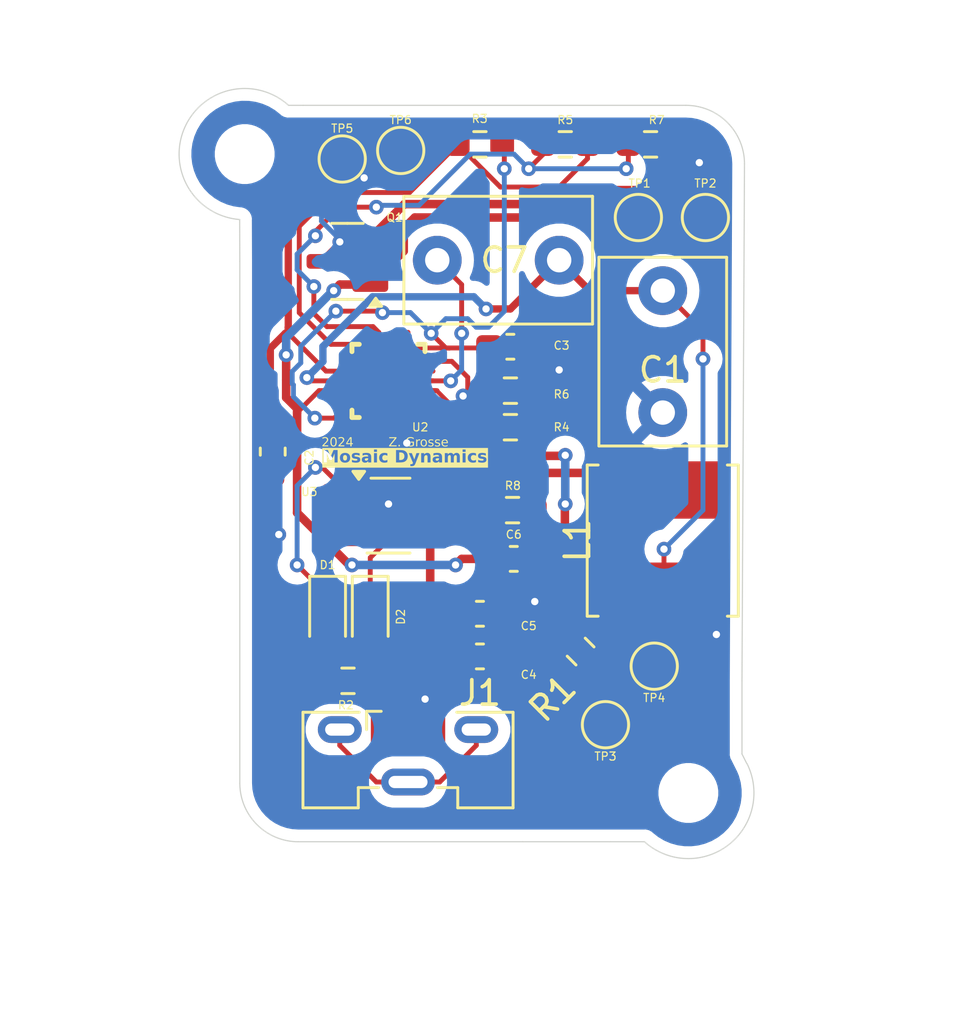
<source format=kicad_pcb>
(kicad_pcb (version 20240108) (generator "pcbnew") (generator_version "8.0")
  (layers (0 "F.Cu" signal) (31 "B.Cu" signal) (34 "B.Paste" user) (35 "F.Paste" user) (36 "B.SilkS" user "B.Silkscreen") (37 "F.SilkS" user "F.Silkscreen") (38 "B.Mask" user) (39 "F.Mask" user) (44 "Edge.Cuts" user))
  (net 0 "")
  (net 1 "GND")
  (net 2 "3V3")
  (net 3 "STORE")
  (net 4 "Net-(J1-VBUS)")
  (net 5 "VBAT")
  (net 6 "Net-(U2-MPP_REF)")
  (net 7 "Net-(D1-K)")
  (net 8 "Net-(D1-A)")
  (net 9 "Net-(D2-K)")
  (net 10 "unconnected-(J1-Shield-Pad6)")
  (net 14 "Net-(U2-IN_LV)")
  (net 15 "Net-(Q1-S)")
  (net 16 "Net-(U2-MPP)")
  (net 17 "Net-(U2-UVP)")
  (net 18 "Net-(U2-MPP_SET)")
  (net 19 "Net-(U2-EOC)")
  (net 20 "Net-(U3-PROG)")
  (net 25 "SIN")
  (footprint "Resistor_SMD:R_0603_1608Metric_Pad0.98x0.95mm_HandSolder" (layer "F.Cu") (at 104.5875 36)
    (property "Reference" "R8" (at 0.0125 -1 0) (layer "F.SilkS") (effects (font (size 0.333333 0.333333) (thickness 0.05))))
    (property "Value" "R10K")
    (fp_line (start -0.254724 -0.5225) (end 0.254724 -0.5225) (stroke (width 0.12)) (layer "F.SilkS"))
    (fp_line (start -0.254724 0.5225) (end 0.254724 0.5225) (stroke (width 0.12)) (layer "F.SilkS"))
    (pad "1" smd roundrect (at -0.9125 0) (size 0.975 0.95) (layers "F.Cu" "F.Paste" "F.Mask") (net 20 "Net-(U3-PROG)"))
    (pad "2" smd roundrect (at 0.9125 0) (size 0.975 0.95) (layers "F.Cu" "F.Paste" "F.Mask") (net 1 "GND"))
  )
  (footprint "TestPoint:TestPoint_Pad_D1.5mm" (layer "F.Cu") (at 108.4 44.8)
    (property "Reference" "TP3" (at 0 1.3 0) (layer "F.SilkS") (effects (font (size 0.333333 0.333333) (thickness 0.05))))
    (property "Value" "SG")
    (fp_circle (center 0 0) (end 0 0.95) (stroke (width 0.12)) (fill none) (layer "F.SilkS"))
    (pad "1" smd circle (at 0 0) (size 1.5 1.5) (layers "F.Cu" "F.Mask") (net 1 "GND"))
  )
  (footprint "Connector_USB:USB_Micro-B_Molex-105133-0031" (layer "F.Cu") (at 100.3 46.075)
    (property "Reference" "J1" (at 2.95 -2.575 0) (layer "F.SilkS"))
    (property "Value" "USB_B_Micro")
    (fp_line (start -4.31 -1.785) (end -4.31 2.135) (stroke (width 0.12)) (layer "F.SilkS"))
    (fp_line (start -4.31 2.135) (end -2.04 2.135) (stroke (width 0.12)) (layer "F.SilkS"))
    (fp_line (start -2.04 1.305) (end -2.04 2.135) (stroke (width 0.12)) (layer "F.SilkS"))
    (fp_line (start -2.04 1.305) (end -1.21 1.305) (stroke (width 0.12)) (layer "F.SilkS"))
    (fp_line (start -2 -1.785) (end -4.31 -1.785) (stroke (width 0.12)) (layer "F.SilkS"))
    (fp_line (start -1.7 -1.825) (end -1.1 -1.825) (stroke (width 0.12)) (layer "F.SilkS"))
    (fp_line (start -1.7 -1.075) (end -1.7 -1.825) (stroke (width 0.12)) (layer "F.SilkS"))
    (fp_line (start 2 -1.785) (end 4.31 -1.785) (stroke (width 0.12)) (layer "F.SilkS"))
    (fp_line (start 2.04 1.305) (end 1.21 1.305) (stroke (width 0.12)) (layer "F.SilkS"))
    (fp_line (start 2.04 1.305) (end 2.04 2.135) (stroke (width 0.12)) (layer "F.SilkS"))
    (fp_line (start 4.31 -1.785) (end 4.31 2.135) (stroke (width 0.12)) (layer "F.SilkS"))
    (fp_line (start 4.31 2.135) (end 2.04 2.135) (stroke (width 0.12)) (layer "F.SilkS"))
    (pad "1" smd rect (at -1.3 -0.825) (size 0.45 1.5) (layers "F.Cu" "F.Paste" "F.Mask") (net 4 "Net-(J1-VBUS)"))
    (pad "2" smd rect (at -0.65 -0.825) (size 0.45 1.5) (layers "F.Cu" "F.Paste" "F.Mask"))
    (pad "3" smd rect (at 0 -0.825) (size 0.45 1.5) (layers "F.Cu" "F.Paste" "F.Mask"))
    (pad "4" smd rect (at 0.65 -0.825) (size 0.45 1.5) (layers "F.Cu" "F.Paste" "F.Mask"))
    (pad "5" smd rect (at 1.3 -0.825) (size 0.45 1.5) (layers "F.Cu" "F.Paste" "F.Mask") (net 1 "GND"))
    (pad "6" thru_hole oval (at -2.8 -1.075) (size 1.8 1.1) (drill oval 1.2 0.5) (layers "*.Cu" "*.Mask") (net 10 "unconnected-(J1-Shield-Pad6)"))
    (pad "6" thru_hole oval (at 0 1.075) (size 2.2 1.1) (drill oval 1.6 0.5) (layers "*.Cu" "*.Mask") (net 10 "unconnected-(J1-Shield-Pad6)"))
    (pad "6" thru_hole oval (at 2.8 -1.075) (size 1.8 1.1) (drill oval 1.2 0.5) (layers "*.Cu" "*.Mask") (net 10 "unconnected-(J1-Shield-Pad6)"))
  )
  (footprint "Inductor_SMD:L_Bourns_SRN6045TA" (layer "F.Cu") (at 110.75 37.25 -90)
    (property "Reference" "L1" (at 0 3.5 90) (layer "F.SilkS"))
    (property "Value" "L")
    (fp_line (start -3.1 3.1) (end -3.1 2.65) (stroke (width 0.12)) (layer "F.SilkS"))
    (fp_line (start 3.1 3.1) (end -3.1 3.1) (stroke (width 0.12)) (layer "F.SilkS"))
    (fp_line (start 3.1 3.1) (end 3.1 2.65) (stroke (width 0.12)) (layer "F.SilkS"))
    (fp_line (start -3.1 -3.1) (end -3.1 -2.65) (stroke (width 0.12)) (layer "F.SilkS"))
    (fp_line (start -3.1 -3.1) (end 3.1 -3.1) (stroke (width 0.12)) (layer "F.SilkS"))
    (fp_line (start 3.1 -3.1) (end 3.1 -2.65) (stroke (width 0.12)) (layer "F.SilkS"))
    (pad "1" smd rect (at -2.075 0 270) (size 2.35 5.1) (layers "F.Cu" "F.Paste" "F.Mask") (net 14 "Net-(U2-IN_LV)"))
    (pad "2" smd rect (at 2.075 0 270) (size 2.35 5.1) (layers "F.Cu" "F.Paste" "F.Mask") (net 25 "SIN"))
  )
  (footprint "Resistor_SMD:R_0603_1608Metric_Pad0.98x0.95mm_HandSolder" (layer "F.Cu") (at 103.25 21)
    (property "Reference" "R3" (at -0.01 -1.05 0) (layer "F.SilkS") (effects (font (size 0.333333 0.333333) (thickness 0.05))))
    (property "Value" "6.2M")
    (fp_line (start -0.254724 -0.5225) (end 0.254724 -0.5225) (stroke (width 0.12)) (layer "F.SilkS"))
    (fp_line (start -0.254724 0.5225) (end 0.254724 0.5225) (stroke (width 0.12)) (layer "F.SilkS"))
    (pad "1" smd roundrect (at -0.9125 0) (size 0.975 0.95) (layers "F.Cu" "F.Paste" "F.Mask") (net 17 "Net-(U2-UVP)"))
    (pad "2" smd roundrect (at 0.9125 0) (size 0.975 0.95) (layers "F.Cu" "F.Paste" "F.Mask") (net 3 "STORE"))
  )
  (footprint "Capacitor_SMD:C_0603_1608Metric_Pad1.08x0.95mm_HandSolder" (layer "F.Cu") (at 94.75 33.6 90)
    (property "Reference" "C2" (at -0.25 1.5 90) (layer "F.SilkS") (effects (font (size 0.333333 0.333333) (thickness 0.05))))
    (property "Value" ".1uF")
    (fp_line (start -0.146267 -0.51) (end 0.146267 -0.51) (stroke (width 0.12)) (layer "F.SilkS"))
    (fp_line (start -0.146267 0.51) (end 0.146267 0.51) (stroke (width 0.12)) (layer "F.SilkS"))
    (pad "1" smd roundrect (at -0.8625 0 90) (size 1.075 0.95) (layers "F.Cu" "F.Paste" "F.Mask") (net 1 "GND"))
    (pad "2" smd roundrect (at 0.8625 0 90) (size 1.075 0.95) (layers "F.Cu" "F.Paste" "F.Mask") (net 2 "3V3"))
  )
  (footprint "Resistor_SMD:R_0603_1608Metric_Pad0.98x0.95mm_HandSolder" (layer "F.Cu") (at 104.5 32.6)
    (property "Reference" "R4" (at 2.1 0 0) (layer "F.SilkS") (effects (font (size 0.333333 0.333333) (thickness 0.05))))
    (property "Value" "3M")
    (fp_line (start -0.254724 -0.5225) (end 0.254724 -0.5225) (stroke (width 0.12)) (layer "F.SilkS"))
    (fp_line (start -0.254724 0.5225) (end 0.254724 0.5225) (stroke (width 0.12)) (layer "F.SilkS"))
    (pad "1" smd roundrect (at -0.9125 0) (size 0.975 0.95) (layers "F.Cu" "F.Paste" "F.Mask") (net 18 "Net-(U2-MPP_SET)"))
    (pad "2" smd roundrect (at 0.9125 0) (size 0.975 0.95) (layers "F.Cu" "F.Paste" "F.Mask") (net 16 "Net-(U2-MPP)"))
  )
  (footprint "TestPoint:TestPoint_Pad_D1.5mm" (layer "F.Cu") (at 112.5 24)
    (property "Reference" "TP2" (at 0 -1.4 0) (layer "F.SilkS") (effects (font (size 0.333333 0.333333) (thickness 0.05))))
    (property "Value" "GBAT")
    (fp_circle (center 0 0) (end 0 0.95) (stroke (width 0.12)) (fill none) (layer "F.SilkS"))
    (pad "1" smd circle (at 0 0) (size 1.5 1.5) (layers "F.Cu" "F.Mask") (net 15 "Net-(Q1-S)"))
  )
  (footprint "Package_TO_SOT_SMD:TSOT-23-6_HandSoldering" (layer "F.Cu") (at 99.5 36.2)
    (property "Reference" "U3" (at -3.25 -0.95 0) (layer "F.SilkS") (effects (font (size 0.333333 0.333333) (thickness 0.05))))
    (property "Value" "TP4057")
    (fp_line (start -0.88 1.56) (end 0.88 1.56) (stroke (width 0.12)) (layer "F.SilkS"))
    (fp_line (start 0.08 -1.51) (end -0.72 -1.51) (stroke (width 0.12)) (layer "F.SilkS"))
    (fp_line (start 0.08 -1.51) (end 0.88 -1.51) (stroke (width 0.12)) (layer "F.SilkS"))
    (fp_poly (pts (xy -1.22 -1.46) (xy -1.46 -1.79) (xy -0.98 -1.79) (xy -1.22 -1.46)) (stroke (width 0.12)) (fill solid) (layer "F.SilkS"))
    (pad "1" smd roundrect (at -1.71 -0.95) (size 2 0.65) (layers "F.Cu" "F.Paste" "F.Mask") (net 7 "Net-(D1-K)"))
    (pad "2" smd roundrect (at -1.71 0) (size 2 0.65) (layers "F.Cu" "F.Paste" "F.Mask") (net 1 "GND"))
    (pad "3" smd roundrect (at -1.71 0.95) (size 2 0.65) (layers "F.Cu" "F.Paste" "F.Mask") (net 5 "VBAT"))
    (pad "4" smd roundrect (at 1.71 0.95) (size 2 0.65) (layers "F.Cu" "F.Paste" "F.Mask") (net 4 "Net-(J1-VBUS)"))
    (pad "5" smd roundrect (at 1.71 0) (size 2 0.65) (layers "F.Cu" "F.Paste" "F.Mask") (net 9 "Net-(D2-K)"))
    (pad "6" smd roundrect (at 1.71 -0.95) (size 2 0.65) (layers "F.Cu" "F.Paste" "F.Mask") (net 20 "Net-(U3-PROG)"))
  )
  (footprint "SPV1050TTR:QFN40P300X300X100-21N" (layer "F.Cu") (at 99.5 30.7 180)
    (property "Reference" "U2" (at -1.3 -1.9 0) (layer "F.SilkS") (effects (font (size 0.333333 0.333333) (thickness 0.05))))
    (property "Value" "SPV1050TTR")
    (fp_line (start 1.5 1.5) (end 1.2 1.5) (stroke (width 0.2)) (layer "F.SilkS"))
    (fp_line (start 1.5 1.2) (end 1.5 1.5) (stroke (width 0.2)) (layer "F.SilkS"))
    (fp_line (start 1.5 -1.5) (end 1.5 -1.2) (stroke (width 0.2)) (layer "F.SilkS"))
    (fp_line (start 1.2 -1.5) (end 1.5 -1.5) (stroke (width 0.2)) (layer "F.SilkS"))
    (fp_line (start -1.2 1.5) (end -1.5 1.5) (stroke (width 0.2)) (layer "F.SilkS"))
    (fp_line (start -1.5 1.5) (end -1.5 1.2) (stroke (width 0.2)) (layer "F.SilkS"))
    (pad "1" smd oval (at -1.5 -0.8 180) (size 0.85 0.2) (layers "F.Cu" "F.Paste" "F.Mask") (net 16 "Net-(U2-MPP)"))
    (pad "2" smd oval (at -1.5 -0.4 180) (size 0.85 0.2) (layers "F.Cu" "F.Paste" "F.Mask") (net 18 "Net-(U2-MPP_SET)"))
    (pad "3" smd oval (at -1.5 0 180) (size 0.85 0.2) (layers "F.Cu" "F.Paste" "F.Mask") (net 6 "Net-(U2-MPP_REF)"))
    (pad "4" smd oval (at -1.5 0.4 180) (size 0.85 0.2) (layers "F.Cu" "F.Paste" "F.Mask") (net 1 "GND"))
    (pad "5" smd oval (at -1.5 0.8 180) (size 0.85 0.2) (layers "F.Cu" "F.Paste" "F.Mask") (net 1 "GND"))
    (pad "6" smd oval (at -0.8 1.5 180) (size 0.2 0.85) (layers "F.Cu" "F.Paste" "F.Mask") (net 3 "STORE"))
    (pad "7" smd oval (at -0.4 1.5 180) (size 0.2 0.85) (layers "F.Cu" "F.Paste" "F.Mask"))
    (pad "8" smd oval (at 0 1.5 180) (size 0.2 0.85) (layers "F.Cu" "F.Paste" "F.Mask"))
    (pad "9" smd oval (at 0.4 1.5 180) (size 0.2 0.85) (layers "F.Cu" "F.Paste" "F.Mask") (net 19 "Net-(U2-EOC)"))
    (pad "10" smd oval (at 0.8 1.5 180) (size 0.2 0.85) (layers "F.Cu" "F.Paste" "F.Mask") (net 17 "Net-(U2-UVP)"))
    (pad "11" smd oval (at 1.5 0.8 180) (size 0.85 0.2) (layers "F.Cu" "F.Paste" "F.Mask"))
    (pad "12" smd oval (at 1.5 0.4 180) (size 0.85 0.2) (layers "F.Cu" "F.Paste" "F.Mask") (net 2 "3V3"))
    (pad "13" smd oval (at 1.5 0 180) (size 0.85 0.2) (layers "F.Cu" "F.Paste" "F.Mask") (net 25 "SIN"))
    (pad "14" smd oval (at 1.5 -0.4 180) (size 0.85 0.2) (layers "F.Cu" "F.Paste" "F.Mask") (net 5 "VBAT"))
    (pad "15" smd oval (at 1.5 -0.8 180) (size 0.85 0.2) (layers "F.Cu" "F.Paste" "F.Mask") (net 3 "STORE"))
    (pad "16" smd oval (at 0.8 -1.5 180) (size 0.2 0.85) (layers "F.Cu" "F.Paste" "F.Mask") (net 14 "Net-(U2-IN_LV)"))
    (pad "17" smd oval (at 0.4 -1.5 180) (size 0.2 0.85) (layers "F.Cu" "F.Paste" "F.Mask"))
    (pad "18" smd oval (at 0 -1.5 180) (size 0.2 0.85) (layers "F.Cu" "F.Paste" "F.Mask") (net 1 "GND"))
    (pad "19" smd oval (at -0.4 -1.5 180) (size 0.2 0.85) (layers "F.Cu" "F.Paste" "F.Mask") (net 1 "GND"))
    (pad "20" smd oval (at -0.8 -1.5 180) (size 0.2 0.85) (layers "F.Cu" "F.Paste" "F.Mask") (net 1 "GND"))
    (pad "21" smd roundrect (at 0 0 180) (size 1.7 1.7) (layers "F.Cu" "F.Mask") (roundrect_rratio 0.02))
  )
  (footprint "Resistor_SMD:R_0603_1608Metric_Pad0.98x0.95mm_HandSolder" (layer "F.Cu") (at 97.8375 43 180)
    (property "Reference" "R2" (at 0.0875 -1 0) (layer "F.SilkS") (effects (font (size 0.333333 0.333333) (thickness 0.05))))
    (property "Value" "R10K")
    (fp_line (start -0.254724 0.5225) (end 0.254724 0.5225) (stroke (width 0.12)) (layer "F.SilkS"))
    (fp_line (start -0.254724 -0.5225) (end 0.254724 -0.5225) (stroke (width 0.12)) (layer "F.SilkS"))
    (pad "1" smd roundrect (at -0.9125 0 180) (size 0.975 0.95) (layers "F.Cu" "F.Paste" "F.Mask") (net 4 "Net-(J1-VBUS)"))
    (pad "2" smd roundrect (at 0.9125 0 180) (size 0.975 0.95) (layers "F.Cu" "F.Paste" "F.Mask") (net 8 "Net-(D1-A)"))
  )
  (footprint "Capacitor_SMD:C_0603_1608Metric_Pad1.08x0.95mm_HandSolder" (layer "F.Cu") (at 104.4975 29.3 180)
    (property "Reference" "C3" (at -2.1025 0.05 0) (layer "F.SilkS") (effects (font (size 0.333333 0.333333) (thickness 0.05))))
    (property "Value" "100uF")
    (fp_line (start -0.146267 0.51) (end 0.146267 0.51) (stroke (width 0.12)) (layer "F.SilkS"))
    (fp_line (start -0.146267 -0.51) (end 0.146267 -0.51) (stroke (width 0.12)) (layer "F.SilkS"))
    (pad "1" smd roundrect (at -0.8625 0 180) (size 1.075 0.95) (layers "F.Cu" "F.Paste" "F.Mask") (net 1 "GND"))
    (pad "2" smd roundrect (at 0.8625 0 180) (size 1.075 0.95) (layers "F.Cu" "F.Paste" "F.Mask") (net 3 "STORE"))
  )
  (footprint "TestPoint:TestPoint_Pad_D1.5mm" (layer "F.Cu") (at 97.6 21.6)
    (property "Reference" "TP5" (at 0 -1.25 0) (layer "F.SilkS") (effects (font (size 0.333333 0.333333) (thickness 0.05))))
    (property "Value" "3V3")
    (fp_circle (center 0 0) (end 0 0.95) (stroke (width 0.12)) (fill none) (layer "F.SilkS"))
    (pad "1" smd circle (at 0 0) (size 1.5 1.5) (layers "F.Cu" "F.Mask") (net 2 "3V3"))
  )
  (footprint "Capacitor_SMD:C_0603_1608Metric_Pad1.08x0.95mm_HandSolder" (layer "F.Cu") (at 103.25 42)
    (property "Reference" "C4" (at 2 0.75 0) (layer "F.SilkS") (effects (font (size 0.333333 0.333333) (thickness 0.05))))
    (property "Value" "10uF")
    (fp_line (start -0.146267 -0.51) (end 0.146267 -0.51) (stroke (width 0.12)) (layer "F.SilkS"))
    (fp_line (start -0.146267 0.51) (end 0.146267 0.51) (stroke (width 0.12)) (layer "F.SilkS"))
    (pad "1" smd roundrect (at -0.8625 0) (size 1.075 0.95) (layers "F.Cu" "F.Paste" "F.Mask") (net 4 "Net-(J1-VBUS)"))
    (pad "2" smd roundrect (at 0.8625 0) (size 1.075 0.95) (layers "F.Cu" "F.Paste" "F.Mask") (net 1 "GND"))
  )
  (footprint "Resistor_SMD:R_0603_1608Metric_Pad0.98x0.95mm_HandSolder" (layer "F.Cu") (at 104.5 31.1 180)
    (property "Reference" "R6" (at -2.1 -0.15 0) (layer "F.SilkS") (effects (font (size 0.333333 0.333333) (thickness 0.05))))
    (property "Value" "9.1M")
    (fp_line (start -0.254724 0.5225) (end 0.254724 0.5225) (stroke (width 0.12)) (layer "F.SilkS"))
    (fp_line (start -0.254724 -0.5225) (end 0.254724 -0.5225) (stroke (width 0.12)) (layer "F.SilkS"))
    (pad "1" smd roundrect (at -0.9125 0 180) (size 0.975 0.95) (layers "F.Cu" "F.Paste" "F.Mask") (net 1 "GND"))
    (pad "2" smd roundrect (at 0.9125 0 180) (size 0.975 0.95) (layers "F.Cu" "F.Paste" "F.Mask") (net 18 "Net-(U2-MPP_SET)"))
  )
  (footprint "Capacitor_SMD:C_0603_1608Metric_Pad1.08x0.95mm_HandSolder" (layer "F.Cu") (at 104.6375 38)
    (property "Reference" "C6" (at 0 -1 0) (layer "F.SilkS") (effects (font (size 0.333333 0.333333) (thickness 0.05))))
    (property "Value" "10uF")
    (fp_line (start -0.146267 -0.51) (end 0.146267 -0.51) (stroke (width 0.12)) (layer "F.SilkS"))
    (fp_line (start -0.146267 0.51) (end 0.146267 0.51) (stroke (width 0.12)) (layer "F.SilkS"))
    (pad "1" smd roundrect (at -0.8625 0) (size 1.075 0.95) (layers "F.Cu" "F.Paste" "F.Mask") (net 5 "VBAT"))
    (pad "2" smd roundrect (at 0.8625 0) (size 1.075 0.95) (layers "F.Cu" "F.Paste" "F.Mask") (net 1 "GND"))
  )
  (footprint "Resistor_SMD:R_0603_1608Metric_Pad0.98x0.95mm_HandSolder" (layer "F.Cu") (at 106.75 21)
    (property "Reference" "R5" (at 0 -1 0) (layer "F.SilkS") (effects (font (size 0.333333 0.333333) (thickness 0.05))))
    (property "Value" "1M")
    (fp_line (start -0.254724 -0.5225) (end 0.254724 -0.5225) (stroke (width 0.12)) (layer "F.SilkS"))
    (fp_line (start -0.254724 0.5225) (end 0.254724 0.5225) (stroke (width 0.12)) (layer "F.SilkS"))
    (pad "1" smd roundrect (at -0.9125 0) (size 0.975 0.95) (layers "F.Cu" "F.Paste" "F.Mask") (net 19 "Net-(U2-EOC)"))
    (pad "2" smd roundrect (at 0.9125 0) (size 0.975 0.95) (layers "F.Cu" "F.Paste" "F.Mask") (net 17 "Net-(U2-UVP)"))
  )
  (footprint "Resistor_SMD:R_0603_1608Metric_Pad0.98x0.95mm_HandSolder" (layer "F.Cu") (at 110.25 21 180)
    (property "Reference" "R7" (at -0.25 1 0) (layer "F.SilkS") (effects (font (size 0.333333 0.333333) (thickness 0.05))))
    (property "Value" "3M")
    (fp_line (start -0.254724 0.5225) (end 0.254724 0.5225) (stroke (width 0.12)) (layer "F.SilkS"))
    (fp_line (start -0.254724 -0.5225) (end 0.254724 -0.5225) (stroke (width 0.12)) (layer "F.SilkS"))
    (pad "1" smd roundrect (at -0.9125 0 180) (size 0.975 0.95) (layers "F.Cu" "F.Paste" "F.Mask") (net 1 "GND"))
    (pad "2" smd roundrect (at 0.9125 0 180) (size 0.975 0.95) (layers "F.Cu" "F.Paste" "F.Mask") (net 19 "Net-(U2-EOC)"))
  )
  (footprint "Resistor_SMD:R_0603_1608Metric_Pad0.98x0.95mm_HandSolder" (layer "F.Cu") (at 107.38 41.8 -45)
    (property "Reference" "R1" (at 0.544472 2.170818 45) (layer "F.SilkS"))
    (property "Value" "0R")
    (fp_line (start -0.254724 0.5225) (end 0.254724 0.5225) (stroke (width 0.12)) (layer "F.SilkS"))
    (fp_line (start -0.254724 -0.5225) (end 0.254724 -0.5225) (stroke (width 0.12)) (layer "F.SilkS"))
    (pad "1" smd roundrect (at -0.9125 0 315) (size 0.975 0.95) (layers "F.Cu" "F.Paste" "F.Mask") (net 16 "Net-(U2-MPP)"))
    (pad "2" smd roundrect (at 0.9125 0 315) (size 0.975 0.95) (layers "F.Cu" "F.Paste" "F.Mask") (net 25 "SIN"))
  )
  (footprint "LED_SMD:LED_0603_1608Metric_Pad1.05x0.95mm_HandSolder" (layer "F.Cu") (at 98.75 40.375 -90)
    (property "Reference" "D2" (at 0 -1.25 90) (layer "F.SilkS") (effects (font (size 0.333333 0.333333) (thickness 0.05))))
    (property "Value" "LED")
    (fp_line (start -1.66 0.735) (end 0.8 0.735) (stroke (width 0.12)) (layer "F.SilkS"))
    (fp_line (start -1.66 -0.735) (end -1.66 0.735) (stroke (width 0.12)) (layer "F.SilkS"))
    (fp_line (start 0.8 -0.735) (end -1.66 -0.735) (stroke (width 0.12)) (layer "F.SilkS"))
    (pad "1" smd roundrect (at -0.875 0 270) (size 1.05 0.95) (layers "F.Cu" "F.Paste" "F.Mask") (net 9 "Net-(D2-K)"))
    (pad "2" smd roundrect (at 0.875 0 270) (size 1.05 0.95) (layers "F.Cu" "F.Paste" "F.Mask") (net 8 "Net-(D1-A)"))
  )
  (footprint "Capacitor_THT:C_Disc_D7.5mm_W5.0mm_P5.00mm" (layer "F.Cu") (at 110.75 32 90)
    (property "Reference" "C1" (at 1.75 0 180) (layer "F.SilkS"))
    (property "Value" "4.7uF")
    (fp_line (start 6.37 -2.62) (end 6.37 2.62) (stroke (width 0.12)) (layer "F.SilkS"))
    (fp_line (start -1.37 -2.62) (end 6.37 -2.62) (stroke (width 0.12)) (layer "F.SilkS"))
    (fp_line (start -1.37 -2.62) (end -1.37 2.62) (stroke (width 0.12)) (layer "F.SilkS"))
    (fp_line (start -1.37 2.62) (end 6.37 2.62) (stroke (width 0.12)) (layer "F.SilkS"))
    (pad "1" thru_hole circle (at 0 0 90) (size 2 2) (drill 1) (layers "*.Cu" "*.Mask") (net 1 "GND"))
    (pad "2" thru_hole circle (at 5 0 90) (size 2 2) (drill 1) (layers "*.Cu" "*.Mask") (net 25 "SIN"))
  )
  (footprint "LED_SMD:LED_0603_1608Metric_Pad1.05x0.95mm_HandSolder" (layer "F.Cu") (at 97 40.375 -90)
    (property "Reference" "D1" (at -2.125 0 180) (layer "F.SilkS") (effects (font (size 0.333333 0.333333) (thickness 0.05))))
    (property "Value" "LED")
    (fp_line (start -1.66 0.735) (end 0.8 0.735) (stroke (width 0.12)) (layer "F.SilkS"))
    (fp_line (start -1.66 -0.735) (end -1.66 0.735) (stroke (width 0.12)) (layer "F.SilkS"))
    (fp_line (start 0.8 -0.735) (end -1.66 -0.735) (stroke (width 0.12)) (layer "F.SilkS"))
    (pad "1" smd roundrect (at -0.875 0 270) (size 1.05 0.95) (layers "F.Cu" "F.Paste" "F.Mask") (net 7 "Net-(D1-K)"))
    (pad "2" smd roundrect (at 0.875 0 270) (size 1.05 0.95) (layers "F.Cu" "F.Paste" "F.Mask") (net 8 "Net-(D1-A)"))
  )
  (footprint "Capacitor_SMD:C_0603_1608Metric_Pad1.08x0.95mm_HandSolder" (layer "F.Cu") (at 103.25 40.25 180)
    (property "Reference" "C5" (at -2 -0.5 0) (layer "F.SilkS") (effects (font (size 0.333333 0.333333) (thickness 0.05))))
    (property "Value" "100nF")
    (fp_line (start -0.146267 0.51) (end 0.146267 0.51) (stroke (width 0.12)) (layer "F.SilkS"))
    (fp_line (start -0.146267 -0.51) (end 0.146267 -0.51) (stroke (width 0.12)) (layer "F.SilkS"))
    (pad "1" smd roundrect (at -0.8625 0 180) (size 1.075 0.95) (layers "F.Cu" "F.Paste" "F.Mask") (net 1 "GND"))
    (pad "2" smd roundrect (at 0.8625 0 180) (size 1.075 0.95) (layers "F.Cu" "F.Paste" "F.Mask") (net 4 "Net-(J1-VBUS)"))
  )
  (footprint "Package_TO_SOT_SMD:SOT-23" (layer "F.Cu") (at 97.8125 25.8 180)
    (property "Reference" "Q1" (at -1.9375 1.8 0) (layer "F.SilkS") (effects (font (size 0.333333 0.333333) (thickness 0.05))))
    (property "Value" "AO3400A")
    (fp_line (start 0 1.56) (end 0.65 1.56) (stroke (width 0.12)) (layer "F.SilkS"))
    (fp_line (start 0 1.56) (end -0.65 1.56) (stroke (width 0.12)) (layer "F.SilkS"))
    (fp_line (start 0 -1.56) (end 0.65 -1.56) (stroke (width 0.12)) (layer "F.SilkS"))
    (fp_line (start 0 -1.56) (end -0.65 -1.56) (stroke (width 0.12)) (layer "F.SilkS"))
    (fp_poly (pts (xy -1.1625 -1.51) (xy -1.4025 -1.84) (xy -0.9225 -1.84) (xy -1.1625 -1.51)) (stroke (width 0.12)) (fill solid) (layer "F.SilkS"))
    (pad "1" smd roundrect (at -0.9375 -0.95 180) (size 1.475 0.6) (layers "F.Cu" "F.Paste" "F.Mask") (net 5 "VBAT"))
    (pad "2" smd roundrect (at -0.9375 0.95 180) (size 1.475 0.6) (layers "F.Cu" "F.Paste" "F.Mask") (net 15 "Net-(Q1-S)"))
    (pad "3" smd roundrect (at 0.9375 0 180) (size 1.475 0.6) (layers "F.Cu" "F.Paste" "F.Mask") (net 1 "GND"))
  )
  (footprint "Capacitor_THT:C_Disc_D7.5mm_W5.0mm_P5.00mm" (layer "F.Cu") (at 106.5 25.75 180)
    (property "Reference" "C7" (at 2.25 0 360) (layer "F.SilkS"))
    (property "Value" "10nF")
    (fp_line (start 6.37 -2.62) (end 6.37 2.62) (stroke (width 0.12)) (layer "F.SilkS"))
    (fp_line (start -1.37 2.62) (end 6.37 2.62) (stroke (width 0.12)) (layer "F.SilkS"))
    (fp_line (start -1.37 -2.62) (end 6.37 -2.62) (stroke (width 0.12)) (layer "F.SilkS"))
    (fp_line (start -1.37 -2.62) (end -1.37 2.62) (stroke (width 0.12)) (layer "F.SilkS"))
    (pad "1" thru_hole circle (at 0 0 180) (size 2 2) (drill 1) (layers "*.Cu" "*.Mask") (net 25 "SIN"))
    (pad "2" thru_hole circle (at 5 0 180) (size 2 2) (drill 1) (layers "*.Cu" "*.Mask") (net 6 "Net-(U2-MPP_REF)"))
  )
  (footprint "TestPoint:TestPoint_Pad_D1.5mm" (layer "F.Cu") (at 100 21.25)
    (property "Reference" "TP6" (at 0 -1.25 0) (layer "F.SilkS") (effects (font (size 0.333333 0.333333) (thickness 0.05))))
    (property "Value" "GND")
    (fp_circle (center 0 0) (end 0 0.95) (stroke (width 0.12)) (fill none) (layer "F.SilkS"))
    (pad "1" smd circle (at 0 0) (size 1.5 1.5) (layers "F.Cu" "F.Mask") (net 1 "GND"))
  )
  (footprint "TestPoint:TestPoint_Pad_D1.5mm" (layer "F.Cu") (at 110.4 42.4)
    (property "Reference" "TP4" (at 0 1.3 0) (layer "F.SilkS") (effects (font (size 0.333333 0.333333) (thickness 0.05))))
    (property "Value" "SIN")
    (fp_circle (center 0 0) (end 0 0.95) (stroke (width 0.12)) (fill none) (layer "F.SilkS"))
    (pad "1" smd circle (at 0 0) (size 1.5 1.5) (layers "F.Cu" "F.Mask") (net 25 "SIN"))
  )
  (footprint "TestPoint:TestPoint_Pad_D1.5mm" (layer "F.Cu") (at 109.75 24)
    (property "Reference" "TP1" (at 0.05 -1.4 0) (layer "F.SilkS") (effects (font (size 0.333333 0.333333) (thickness 0.05))))
    (property "Value" "VBAT")
    (fp_circle (center 0 0) (end 0 0.95) (stroke (width 0.12)) (fill none) (layer "F.SilkS"))
    (pad "1" smd circle (at 0 0) (size 1.5 1.5) (layers "F.Cu" "F.Mask") (net 5 "VBAT"))
  )
  (footprint "MountingHole:MountingHole_2.2mm_M2" (layer "F.Cu") (at 111.8 47.6)
    (property "Reference" "REF**" (hide yes))
    (property "Value" "MountingHole_2.2mm_M2")
    (pad "" np_thru_hole circle (at 0 0) (size 2.2 2.2) (drill 2.2) (layers "*.Cu" "*.Mask"))
  )
  (footprint "" (layer "F.Cu") (at 93.6 21.4)
    (property "Reference" "" (at -1.6 -0.6 0) (layer "F.SilkS") (effects (font (size 1.27 1.27))))
    (property "Value" "")
    (pad "" np_thru_hole circle (at 0 0) (size 2.2 2.2) (drill 2.2) (layers "*.Cu" "*.Mask"))
  )
  (gr_arc (start 93.393631 24.082798) (mid 91.126731 20.340315) (end 95.399999 19.400001) (stroke (width 0.05)) (layer "Edge.Cuts"))
  (gr_line (start 111.702944 19.4) (end 96 19.4) (stroke (width 0.05)) (layer "Edge.Cuts"))
  (gr_line (start 114 43) (end 114 46) (stroke (width 0.05)) (layer "Edge.Cuts"))
  (gr_line (start 114 46) (end 114.2 46.4) (stroke (width 0.05)) (layer "Edge.Cuts"))
  (gr_line (start 93.393631 24.082798) (end 93.4 25.8) (stroke (width 0.05)) (layer "Edge.Cuts"))
  (gr_arc (start 95.8 49.6) (mid 94.102944 48.897056) (end 93.4 47.2) (stroke (width 0.05)) (layer "Edge.Cuts"))
  (gr_arc (start 111.702944 19.4) (mid 113.4 20.102944) (end 114.102944 21.8) (stroke (width 0.05)) (layer "Edge.Cuts"))
  (gr_line (start 108.6 49.6) (end 110 49.6) (stroke (width 0.05)) (layer "Edge.Cuts"))
  (gr_line (start 95.8 49.6) (end 105 49.6) (stroke (width 0.05)) (layer "Edge.Cuts"))
  (gr_arc (start 114.206657 46.396672) (mid 113.430133 49.740715) (end 110.000001 49.599999) (stroke (width 0.05)) (layer "Edge.Cuts"))
  (gr_line (start 95.399999 19.400001) (end 96 19.4) (stroke (width 0.05)) (layer "Edge.Cuts"))
  (gr_line (start 105 49.6) (end 108.6 49.6) (stroke (width 0.05)) (layer "Edge.Cuts"))
  (gr_line (start 93.4 47.2) (end 93.4 25.8) (stroke (width 0.05)) (layer "Edge.Cuts"))
  (gr_line (start 114.102944 21.8) (end 114 43) (stroke (width 0.05)) (layer "Edge.Cuts"))
  (gr_text "Mosaic Dynamics\n" (at 96.78 34.13 0) (layer "F.SilkS" knockout) (effects (font (size 0.5 0.5) (thickness 0.125) (bold yes)) (justify left bottom)))
  (gr_text "2024\n" (at 96.75 33.45 0) (layer "F.SilkS") (effects (font (size 0.37037 0.37037) (thickness 0.092593)) (justify left bottom)))
  (gr_text "Z. Grosse\n" (at 99.5 33.45 0) (layer "F.SilkS") (effects (font (size 0.37037 0.37037) (thickness 0.092593)) (justify left bottom)))
  (segment (start 97.79 36.2) (end 99.05 36.2) (width 0.2) (layer "F.Cu") (net 1))
  (segment (start 113 42.5) (end 113 42.4) (width 0.2) (layer "F.Cu") (net 1))
  (segment (start 104.1125 39.3875) (end 104.625 38.875) (width 0.35) (layer "F.Cu") (net 1))
  (segment (start 99.5 32.2) (end 99.9 32.2) (width 0.2) (layer "F.Cu") (net 1))
  (segment (start 105.4125 31.1) (end 105.4125 30.25) (width 0.2) (layer "F.Cu") (net 1))
  (segment (start 95 37) (end 94.75 36.75) (width 0.2) (layer "F.Cu") (net 1))
  (segment (start 99.9 32.2) (end 99.9 32.9) (width 0.2) (layer "F.Cu") (net 1))
  (segment (start 96.875 25.8) (end 96.875 25.625) (width 0.2) (layer "F.Cu") (net 1))
  (segment (start 113 42.4) (end 110.6 44.8) (width 0.3) (layer "F.Cu") (net 1))
  (segment (start 102.098529 29.9) (end 102.75 30.551471) (width 0.2) (layer "F.Cu") (net 1))
  (segment (start 101.6 45.25) (end 101.6 44.35) (width 0.35) (layer "F.Cu") (net 1))
  (segment (start 101 29.9) (end 101 30.3) (width 0.2) (layer "F.Cu") (net 1))
  (segment (start 99.05 36.2) (end 99.5 35.75) (width 0.2) (layer "F.Cu") (net 1))
  (segment (start 94.75 36.75) (end 94.75 33.8625) (width 0.2) (layer "F.Cu") (net 1))
  (segment (start 105.5 36) (end 105.5 38) (width 0.3) (layer "F.Cu") (net 1))
  (segment (start 98.5 22.375) (end 98.875 22.375) (width 0.2) (layer "F.Cu") (net 1))
  (segment (start 113 42.4) (end 113 41.15) (width 0.3) (layer "F.Cu") (net 1))
  (segment (start 104.1125 42) (end 104.1125 40.25) (width 0.35) (layer "F.Cu") (net 1))
  (segment (start 99.5 32.2) (end 100.3 32.2) (width 0.2) (layer "F.Cu") (net 1))
  (segment (start 105.4125 30.25) (end 105.4125 29.3525) (width 0.2) (layer "F.Cu") (net 1))
  (segment (start 104.625 38.875) (end 105.5 39.75) (width 0.4) (layer "F.Cu") (net 1))
  (segment (start 105.4125 30.25) (end 106.5 30.25) (width 0.2) (layer "F.Cu") (net 1))
  (segment (start 104.625 38.875) (end 105.5 38) (width 0.35) (layer "F.Cu") (net 1))
  (segment (start 105.4125 29.3525) (end 105.36 29.3) (width 0.2) (layer "F.Cu") (net 1))
  (segment (start 101 29.9) (end 102.098529 29.9) (width 0.2) (layer "F.Cu") (net 1))
  (segment (start 98.875 22.375) (end 100 21.25) (width 0.2) (layer "F.Cu") (net 1))
  (segment (start 101.6 44.35) (end 101 43.75) (width 0.35) (layer "F.Cu") (net 1))
  (segment (start 110.6 44.8) (end 108.4 44.8) (width 0.3) (layer "F.Cu") (net 1))
  (segment (start 96.875 25.625) (end 97.5 25) (width 0.2) (layer "F.Cu") (net 1))
  (segment (start 102.75 30.551471) (end 102.75 31.125936) (width 0.2) (layer "F.Cu") (net 1))
  (segment (start 104.1125 40.25) (end 104.1125 39.3875) (width 0.35) (layer "F.Cu") (net 1))
  (segment (start 111.1625 21) (end 111.5 21) (width 0.2) (layer "F.Cu") (net 1))
  (segment (start 113 41.15) (end 112.95 41.1) (width 0.2) (layer "F.Cu") (net 1))
  (segment (start 99.9 32.9) (end 100.25 33.25) (width 0.2) (layer "F.Cu") (net 1))
  (segment (start 111.5 21) (end 112.25 21.75) (width 0.2) (layer "F.Cu") (net 1))
  (segment (start 102.75 31.125936) (end 102.557575 31.318361) (width 0.2) (layer "F.Cu") (net 1))
  (via (at 100.25 33.25) (size 0.6) (drill 0.3) (layers "F.Cu" "B.Cu") (net 1))
  (via (at 95 37) (size 0.6) (drill 0.3) (layers "F.Cu" "B.Cu") (net 1))
  (via (at 97.5 25) (size 0.6) (drill 0.3) (layers "F.Cu" "B.Cu") (net 1))
  (via (at 106.5 30.25) (size 0.6) (drill 0.3) (layers "F.Cu" "B.Cu") (net 1))
  (via (at 105.5 39.75) (size 0.6) (drill 0.3) (layers "F.Cu" "B.Cu") (net 1))
  (via (at 102.557575 31.318361) (size 0.6) (drill 0.3) (layers "F.Cu" "B.Cu") (net 1))
  (via (at 98.5 22.375) (size 0.6) (drill 0.3) (layers "F.Cu" "B.Cu") (net 1))
  (via (at 101 43.75) (size 0.6) (drill 0.3) (layers "F.Cu" "B.Cu") (net 1))
  (via (at 99.5 35.75) (size 0.6) (drill 0.3) (layers "F.Cu" "B.Cu") (net 1))
  (via (at 112.25 21.75) (size 0.6) (drill 0.3) (layers "F.Cu" "B.Cu") (net 1))
  (via (at 112.95 41.1) (size 0.6) (drill 0.3) (layers "F.Cu" "B.Cu") (net 1))
  (segment (start 97.5 24.901471) (end 96.75 24.151471) (width 0.2) (layer "B.Cu") (net 1))
  (segment (start 96.75 23.25) (end 97.625 22.375) (width 0.2) (layer "B.Cu") (net 1))
  (segment (start 97.5 25) (end 97.5 24.901471) (width 0.2) (layer "B.Cu") (net 1))
  (segment (start 96.75 24.151471) (end 96.75 23.25) (width 0.2) (layer "B.Cu") (net 1))
  (segment (start 97.625 22.375) (end 98.5 22.375) (width 0.2) (layer "B.Cu") (net 1))
  (segment (start 95.3875 28.750313) (end 95.3875 28.800313) (width 0.2) (layer "F.Cu") (net 2))
  (segment (start 97.25 22.313604) (end 95.3875 24.176104) (width 0.3) (layer "F.Cu") (net 2))
  (segment (start 95.264038 28.750313) (end 95.3875 28.750313) (width 0.3) (layer "F.Cu") (net 2))
  (segment (start 94.650769 29.363582) (end 95.264038 28.750313) (width 0.3) (layer "F.Cu") (net 2))
  (segment (start 94.650769 32.638269) (end 94.75 32.7375) (width 0.2) (layer "F.Cu") (net 2))
  (segment (start 95.3875 28.750313) (end 96.937187 30.3) (width 0.2) (layer "F.Cu") (net 2))
  (segment (start 95.3875 28.5) (end 95.3875 28.626851) (width 0.3) (layer "F.Cu") (net 2))
  (segment (start 94.650769 29.363582) (end 94.650769 32.638269) (width 0.3) (layer "F.Cu") (net 2))
  (segment (start 95.3875 24.176104) (end 95.3875 28.5) (width 0.3) (layer "F.Cu") (net 2))
  (segment (start 96.937187 30.3) (end 98 30.3) (width 0.2) (layer "F.Cu") (net 2))
  (segment (start 95.3875 28.5) (end 95.3875 28.750313) (width 0.3) (layer "F.Cu") (net 2))
  (segment (start 97.25 21.25) (end 97.25 22.313604) (width 0.3) (layer "F.Cu") (net 2))
  (segment (start 103.635 29.3) (end 103.585 29.35) (width 0.2) (layer "F.Cu") (net 3))
  (segment (start 104.25 21.0875) (end 104.1625 21) (width 0.2) (layer "F.Cu") (net 3))
  (segment (start 97.339645 27.839645) (end 99.189645 27.839645) (width 0.2) (layer "F.Cu") (net 3))
  (segment (start 97.272702 32.227298) (end 98 31.5) (width 0.2) (layer "F.Cu") (net 3))
  (segment (start 96.477298 32.227298) (end 97.272702 32.227298) (width 0.2) (layer "F.Cu") (net 3))
  (segment (start 99.189645 27.839645) (end 99.25 27.9) (width 0.2) (layer "F.Cu") (net 3))
  (segment (start 100.45 29.35) (end 100.3 29.2) (width 0.2) (layer "F.Cu") (net 3))
  (segment (start 101.85 29.35) (end 101.25 28.75) (width 0.2) (layer "F.Cu") (net 3))
  (segment (start 100.3 29.2) (end 100.3 28.709315) (width 0.2) (layer "F.Cu") (net 3))
  (segment (start 103.585 29.35) (end 102 29.35) (width 0.2) (layer "F.Cu") (net 3))
  (segment (start 102 29.35) (end 100.45 29.35) (width 0.2) (layer "F.Cu") (net 3))
  (segment (start 102 29.35) (end 101.85 29.35) (width 0.2) (layer "F.Cu") (net 3))
  (segment (start 104.25 22) (end 104.25 21.0875) (width 0.2) (layer "F.Cu") (net 3))
  (via (at 97.339645 27.839645) (size 0.6) (drill 0.3) (layers "F.Cu" "B.Cu") (net 3))
  (via (at 96.477298 32.227298) (size 0.6) (drill 0.3) (layers "F.Cu" "B.Cu") (net 3))
  (via (at 99.25 27.9) (size 0.6) (drill 0.3) (layers "F.Cu" "B.Cu") (net 3))
  (via (at 101.25 28.75) (size 0.6) (drill 0.3) (layers "F.Cu" "B.Cu") (net 3))
  (via (at 104.25 22) (size 0.6) (drill 0.3) (layers "F.Cu" "B.Cu") (net 3))
  (segment (start 104.25 27.848529) (end 103.598529 28.5) (width 0.2) (layer "B.Cu") (net 3))
  (segment (start 95.900769 29.965324) (end 95.900769 29.278521) (width 0.2) (layer "B.Cu") (net 3))
  (segment (start 95.549298 30.813853) (end 95.549298 30.316795) (width 0.2) (layer "B.Cu") (net 3))
  (segment (start 95.549298 30.316795) (end 95.900769 29.965324) (width 0.2) (layer "B.Cu") (net 3))
  (segment (start 95.6 30.864555) (end 95.549298 30.813853) (width 0.2) (layer "B.Cu") (net 3))
  (segment (start 96.477298 32.227298) (end 95.6 31.35) (width 0.2) (layer "B.Cu") (net 3))
  (segment (start 95.900769 29.278521) (end 97.339645 27.839645) (width 0.2) (layer "B.Cu") (net 3))
  (segment (start 100.4 27.9) (end 101.25 28.75) (width 0.2) (layer "B.Cu") (net 3))
  (segment (start 95.6 31.35) (end 95.6 30.864555) (width 0.2) (layer "B.Cu") (net 3))
  (segment (start 101.85 28.15) (end 101.25 28.75) (width 0.2) (layer "B.Cu") (net 3))
  (segment (start 104.25 27.848529) (end 104.25 22) (width 0.2) (layer "B.Cu") (net 3))
  (segment (start 103.098529 28.5) (end 102.748529 28.15) (width 0.2) (layer "B.Cu") (net 3))
  (segment (start 103.598529 28.5) (end 103.098529 28.5) (width 0.2) (layer "B.Cu") (net 3))
  (segment (start 102.748529 28.15) (end 101.85 28.15) (width 0.2) (layer "B.Cu") (net 3))
  (segment (start 99.25 27.9) (end 100.4 27.9) (width 0.2) (layer "B.Cu") (net 3))
  (segment (start 99 45.25) (end 99 43.5) (width 0.35) (layer "F.Cu") (net 4))
  (segment (start 99 43.25) (end 99.625 42.625) (width 0.35) (layer "F.Cu") (net 4))
  (segment (start 101.3 42) (end 102.3875 40.9125) (width 0.2) (layer "F.Cu") (net 4))
  (segment (start 99 43.25) (end 98.75 43) (width 0.2) (layer "F.Cu") (net 4))
  (segment (start 99.625 42.625) (end 101.25 41) (width 0.35) (layer "F.Cu") (net 4))
  (segment (start 102.3875 40.9125) (end 102.3875 40.25) (width 0.2) (layer "F.Cu") (net 4))
  (segment (start 99 43.5) (end 99 43.25) (width 0.35) (layer "F.Cu") (net 4))
  (segment (start 99.25 43) (end 99 43.25) (width 0.2) (layer "F.Cu") (net 4))
  (segment (start 99 44.3) (end 99 45.25) (width 0.2) (layer "F.Cu") (net 4))
  (segment (start 98.75 43) (end 99.25 43) (width 0.2) (layer "F.Cu") (net 4))
  (segment (start 101.21 40.96) (end 101.21 37.15) (width 0.35) (layer "F.Cu") (net 4))
  (segment (start 102.3875 42) (end 101.3 42) (width 0.2) (layer "F.Cu") (net 4))
  (segment (start 101.25 41) (end 101.21 40.96) (width 0.2) (layer "F.Cu") (net 4))
  (segment (start 99.25 43) (end 99.625 42.625) (width 0.35) (layer "F.Cu") (net 4))
  (segment (start 101.3 42) (end 99 44.3) (width 0.2) (layer "F.Cu") (net 4))
  (segment (start 95.75 31.833278) (end 95.75 32) (width 0.35) (layer "F.Cu") (net 5))
  (segment (start 96.790001 37.15) (end 95.75 36.109999) (width 0.35) (layer "F.Cu") (net 5))
  (segment (start 95.300769 30.67139) (end 95.300769 31.384047) (width 0.35) (layer "F.Cu") (net 5))
  (segment (start 100.578248 24) (end 100.125 24.453248) (width 0.35) (layer "F.Cu") (net 5))
  (segment (start 95.300769 29.632821) (end 95.300769 30.67139) (width 0.35) (layer "F.Cu") (net 5))
  (segment (start 97.890001 38.25) (end 96.790001 37.15) (width 0.35) (layer "F.Cu") (net 5))
  (segment (start 95.75 36.109999) (end 95.75 32) (width 0.35) (layer "F.Cu") (net 5))
  (segment (start 109.75 24) (end 100.578248 24) (width 0.35) (layer "F.Cu") (net 5))
  (segment (start 96.65 31.1) (end 95.75 32) (width 0.2) (layer "F.Cu") (net 5))
  (segment (start 97.5 26.75) (end 97.25 27) (width 0.35) (layer "F.Cu") (net 5))
  (segment (start 100.125 24.453248) (end 100.125 25.375) (width 0.35) (layer "F.Cu") (net 5))
  (segment (start 98 38.25) (end 97.890001 38.25) (width 0.35) (layer "F.Cu") (net 5))
  (segment (start 100.125 25.375) (end 98.75 26.75) (width 0.35) (layer "F.Cu") (net 5))
  (segment (start 98 31.1) (end 96.65 31.1) (width 0.2) (layer "F.Cu") (net 5))
  (segment (start 103.775 38) (end 102.5 38) (width 0.35) (layer "F.Cu") (net 5))
  (segment (start 97.79 37.15) (end 96.790001 37.15) (width 0.2) (layer "F.Cu") (net 5))
  (segment (start 95.300769 31.384047) (end 95.75 31.833278) (width 0.35) (layer "F.Cu") (net 5))
  (segment (start 98.75 26.75) (end 97.5 26.75) (width 0.35) (layer "F.Cu") (net 5))
  (segment (start 102.5 38) (end 102.25 38.25) (width 0.35) (layer "F.Cu") (net 5))
  (via (at 97.25 27) (size 0.6) (drill 0.3) (layers "F.Cu" "B.Cu") (net 5))
  (via (at 95.300769 29.632821) (size 0.6) (drill 0.3) (layers "F.Cu" "B.Cu") (net 5))
  (via (at 102.25 38.25) (size 0.6) (drill 0.3) (layers "F.Cu" "B.Cu") (net 5))
  (via (at 98 38.25) (size 0.6) (drill 0.3) (layers "F.Cu" "B.Cu") (net 5))
  (segment (start 97.224695 27) (end 97.25 27) (width 0.35) (layer "B.Cu") (net 5))
  (segment (start 102.25 38.25) (end 98 38.25) (width 0.35) (layer "B.Cu") (net 5))
  (segment (start 95.300769 29.632821) (end 95.300769 28.923926) (width 0.35) (layer "B.Cu") (net 5))
  (segment (start 95.300769 28.923926) (end 97.224695 27) (width 0.35) (layer "B.Cu") (net 5))
  (segment (start 102.05 30.7) (end 101 30.7) (width 0.2) (layer "F.Cu") (net 6))
  (segment (start 101.5 25.75) (end 102.5 26.75) (width 0.2) (layer "F.Cu") (net 6))
  (segment (start 102.5 26.75) (end 102.5 28.75) (width 0.2) (layer "F.Cu") (net 6))
  (via (at 102.5 28.75) (size 0.6) (drill 0.3) (layers "F.Cu" "B.Cu") (net 6))
  (via (at 102.05 30.7) (size 0.6) (drill 0.3) (layers "F.Cu" "B.Cu") (net 6))
  (segment (start 102.5 28.75) (end 102.5 30.25) (width 0.2) (layer "B.Cu") (net 6))
  (segment (start 102.5 30.25) (end 102.05 30.7) (width 0.2) (layer "B.Cu") (net 6))
  (segment (start 96.79 34.25) (end 97.79 35.25) (width 0.2) (layer "F.Cu") (net 7))
  (segment (start 96.5 34.25) (end 96.79 34.25) (width 0.2) (layer "F.Cu") (net 7))
  (segment (start 95.75 38.25) (end 97 39.5) (width 0.2) (layer "F.Cu") (net 7))
  (via (at 96.5 34.25) (size 0.6) (drill 0.3) (layers "F.Cu" "B.Cu") (net 7))
  (via (at 95.75 38.25) (size 0.6) (drill 0.3) (layers "F.Cu" "B.Cu") (net 7))
  (segment (start 95.75 38.25) (end 95.75 35) (width 0.2) (layer "B.Cu") (net 7))
  (segment (start 95.75 35) (end 96.5 34.25) (width 0.2) (layer "B.Cu") (net 7))
  (segment (start 96.925 43) (end 96.925 41.2) (width 0.2) (layer "F.Cu") (net 8))
  (segment (start 96.925 41.2) (end 97 41.125) (width 0.2) (layer "F.Cu") (net 8))
  (segment (start 96.925 42.95) (end 98.75 41.125) (width 0.2) (layer "F.Cu") (net 8))
  (segment (start 96.925 43) (end 96.925 42.95) (width 0.2) (layer "F.Cu") (net 8))
  (segment (start 98.75 37.951424) (end 100.501424 36.2) (width 0.2) (layer "F.Cu") (net 9))
  (segment (start 98.75 39.5) (end 98.75 37.951424) (width 0.2) (layer "F.Cu") (net 9))
  (segment (start 100.398576 36.2) (end 101.21 36.2) (width 0.2) (layer "F.Cu") (net 9))
  (segment (start 100.501424 36.2) (end 101.21 36.2) (width 0.2) (layer "F.Cu") (net 9))
  (segment (start 103.1 45.65) (end 103.1 45) (width 0.2) (layer "F.Cu") (net 10))
  (segment (start 97.5 45.65) (end 97.5 45) (width 0.2) (layer "F.Cu") (net 10))
  (segment (start 100.3 47.15) (end 99 47.15) (width 0.2) (layer "F.Cu") (net 10))
  (segment (start 101.6 47.15) (end 103.1 45.65) (width 0.2) (layer "F.Cu") (net 10))
  (segment (start 99 47.15) (end 97.5 45.65) (width 0.2) (layer "F.Cu") (net 10))
  (segment (start 100.3 47.15) (end 101.6 47.15) (width 0.2) (layer "F.Cu") (net 10))
  (segment (start 98 33.2) (end 98 32.6) (width 0.35) (layer "F.Cu") (net 14))
  (segment (start 98 32.6) (end 98.4 32.2) (width 0.35) (layer "F.Cu") (net 14))
  (segment (start 110.05 34.475) (end 99.275 34.475) (width 0.35) (layer "F.Cu") (net 14))
  (segment (start 98.4 32.2) (end 98.625 32.2) (width 0.35) (layer "F.Cu") (net 14))
  (segment (start 99.275 34.475) (end 98 33.2) (width 0.35) (layer "F.Cu") (net 14))
  (segment (start 110.75 35.175) (end 110.05 34.475) (width 0.2) (layer "F.Cu") (net 14))
  (segment (start 108.575 22.875) (end 111.375 22.875) (width 0.35) (layer "F.Cu") (net 15))
  (segment (start 108 23.45) (end 108.575 22.875) (width 0.35) (layer "F.Cu") (net 15))
  (segment (start 111.375 22.875) (end 112.5 24) (width 0.35) (layer "F.Cu") (net 15))
  (segment (start 100.15 23.45) (end 108 23.45) (width 0.35) (layer "F.Cu") (net 15))
  (segment (start 98.75 24.85) (end 100.15 23.45) (width 0.35) (layer "F.Cu") (net 15))
  (segment (start 105.4125 33.3875) (end 105.8 33.775) (width 0.18) (layer "F.Cu") (net 16))
  (segment (start 103.108278 33.775) (end 102.975 33.775) (width 0.35) (layer "F.Cu") (net 16))
  (segment (start 106.734765 35.765235) (end 106.75 35.75) (width 0.2) (layer "F.Cu") (net 16))
  (segment (start 105.4125 32.6) (end 105.4125 33.3875) (width 0.18) (layer "F.Cu") (net 16))
  (segment (start 101 31.8) (end 101 31.5) (width 0.35) (layer "F.Cu") (net 16))
  (segment (start 106.75 33.75) (end 106.1625 33.75) (width 0.2) (layer "F.Cu") (net 16))
  (segment (start 101.325 31.5) (end 101 31.5) (width 0.2) (layer "F.Cu") (net 16))
  (segment (start 106.725 33.775) (end 105.8 33.775) (width 0.35) (layer "F.Cu") (net 16))
  (segment (start 105.8 33.775) (end 103.108278 33.775) (width 0.35) (layer "F.Cu") (net 16))
  (segment (start 106.734765 41.154765) (end 106.734765 35.765235) (width 0.35) (layer "F.Cu") (net 16))
  (segment (start 102.975 33.775) (end 101 31.8) (width 0.35) (layer "F.Cu") (net 16))
  (segment (start 106.75 33.75) (end 106.725 33.775) (width 0.2) (layer "F.Cu") (net 16))
  (via (at 106.75 35.75) (size 0.6) (drill 0.3) (layers "F.Cu" "B.Cu") (net 16))
  (via (at 106.75 33.75) (size 0.6) (drill 0.3) (layers "F.Cu" "B.Cu") (net 16))
  (segment (start 106.75 35.75) (end 106.75 33.75) (width 0.35) (layer "B.Cu") (net 16))
  (segment (start 97.225 22.975) (end 100.3625 22.975) (width 0.2) (layer "F.Cu") (net 17))
  (segment (start 95.8375 24.3625) (end 97.225 22.975) (width 0.2) (layer "F.Cu") (net 17))
  (segment (start 97.134314 29.2) (end 95.8375 27.903186) (width 0.2) (layer "F.Cu") (net 17))
  (segment (start 95.8375 27.903186) (end 95.8375 24.3625) (width 0.2) (layer "F.Cu") (net 17))
  (segment (start 106.5 22.75) (end 107.6625 21.5875) (width 0.2) (layer "F.Cu") (net 17))
  (segment (start 107.6625 21.5875) (end 107.6625 21) (width 0.2) (layer "F.Cu") (net 17))
  (segment (start 100.3625 22.975) (end 102.3375 21) (width 0.2) (layer "F.Cu") (net 17))
  (segment (start 98.7 29.2) (end 97.134314 29.2) (width 0.2) (layer "F.Cu") (net 17))
  (segment (start 102.3375 21) (end 104.0875 22.75) (width 0.2) (layer "F.Cu") (net 17))
  (segment (start 104.0875 22.75) (end 106.5 22.75) (width 0.2) (layer "F.Cu") (net 17))
  (segment (start 103.5875 32.6) (end 102.976543 32.6) (width 0.18) (layer "F.Cu") (net 18))
  (segment (start 103.5875 31.1) (end 103.5875 32.6) (width 0.18) (layer "F.Cu") (net 18))
  (segment (start 101.490685 31.1) (end 101.4 31.1) (width 0.2) (layer "F.Cu") (net 18))
  (segment (start 101.476543 31.1) (end 101.4 31.1) (width 0.18) (layer "F.Cu") (net 18))
  (segment (start 101.4 31.1) (end 101 31.1) (width 0.2) (layer "F.Cu") (net 18))
  (segment (start 102.976543 32.6) (end 101.476543 31.1) (width 0.18) (layer "F.Cu") (net 18))
  (segment (start 96.4375 27.9375) (end 96.4375 26.832602) (width 0.2) (layer "F.Cu") (net 19))
  (segment (start 98.865685 28.475) (end 96.975 28.475) (width 0.2) (layer "F.Cu") (net 19))
  (segment (start 99 23.575) (end 97.5 23.575) (width 0.2) (layer "F.Cu") (net 19))
  (segment (start 96.5 24.575) (end 97.5 23.575) (width 0.2) (layer "F.Cu") (net 19))
  (segment (start 105.8375 21.4125) (end 105.25 22) (width 0.2) (layer "F.Cu") (net 19))
  (segment (start 96.975 28.475) (end 96.65 28.15) (width 0.2) (layer "F.Cu") (net 19))
  (segment (start 96.65 28.15) (end 96.4375 27.9375) (width 0.2) (layer "F.Cu") (net 19))
  (segment (start 99.1 29.2) (end 99.1 28.709315) (width 0.2) (layer "F.Cu") (net 19))
  (segment (start 105.8375 21) (end 105.8375 21.4125) (width 0.2) (layer "F.Cu") (net 19))
  (segment (start 96.5 24.75) (end 96.5 24.575) (width 0.2) (layer "F.Cu") (net 19))
  (segment (start 99.1 28.709315) (end 98.865685 28.475) (width 0.2) (layer "F.Cu") (net 19))
  (segment (start 109.3375 21.9125) (end 109.25 22) (width 0.2) (layer "F.Cu") (net 19))
  (segment (start 109.3375 21) (end 109.3375 21.9125) (width 0.2) (layer "F.Cu") (net 19))
  (via (at 99 23.575) (size 0.6) (drill 0.3) (layers "F.Cu" "B.Cu") (net 19))
  (via (at 109.25 22) (size 0.6) (drill 0.3) (layers "F.Cu" "B.Cu") (net 19))
  (via (at 105.25 22) (size 0.6) (drill 0.3) (layers "F.Cu" "B.Cu") (net 19))
  (via (at 96.4375 26.832602) (size 0.6) (drill 0.3) (layers "F.Cu" "B.Cu") (net 19))
  (via (at 96.5 24.75) (size 0.6) (drill 0.3) (layers "F.Cu" "B.Cu") (net 19))
  (segment (start 109.25 22) (end 105.25 22) (width 0.2) (layer "B.Cu") (net 19))
  (segment (start 100.75 23.5) (end 99.075 23.5) (width 0.2) (layer "B.Cu") (net 19))
  (segment (start 95.75 25.5) (end 96.5 24.75) (width 0.2) (layer "B.Cu") (net 19))
  (segment (start 105.25 22) (end 104.65 21.4) (width 0.2) (layer "B.Cu") (net 19))
  (segment (start 104.65 21.4) (end 102.85 21.4) (width 0.2) (layer "B.Cu") (net 19))
  (segment (start 102.85 21.4) (end 100.75 23.5) (width 0.2) (layer "B.Cu") (net 19))
  (segment (start 96.4375 26.832602) (end 95.75 26.145102) (width 0.2) (layer "B.Cu") (net 19))
  (segment (start 99.075 23.5) (end 99 23.575) (width 0.2) (layer "B.Cu") (net 19))
  (segment (start 95.75 26.145102) (end 95.75 25.5) (width 0.2) (layer "B.Cu") (net 19))
  (segment (start 102.925 35.25) (end 101.21 35.25) (width 0.3) (layer "F.Cu") (net 20))
  (segment (start 103.675 36) (end 102.925 35.25) (width 0.3) (layer "F.Cu") (net 20))
  (segment (start 111.396231 38.953769) (end 111.121231 38.953769) (width 0.3) (layer "F.Cu") (net 25))
  (segment (start 110.75 27) (end 107.75 27) (width 0.3) (layer "F.Cu") (net 25))
  (segment (start 96.283974 30.7) (end 96.149298 30.565324) (width 0.2) (layer "F.Cu") (net 25))
  (segment (start 110.4 39.675) (end 110.75 39.325) (width 0.3) (layer "F.Cu") (net 25))
  (segment (start 110.645235 42.445235) (end 110.7 42.5) (width 0.2) (layer "F.Cu") (net 25))
  (segment (start 108.025235 42.445235) (end 110.354765 42.445235) (width 0.3) (layer "F.Cu") (net 25))
  (segment (start 110.8 39.275) (end 110.75 39.325) (width 0.2) (layer "F.Cu") (net 25))
  (segment (start 112.4 28.65) (end 112.4 29.8) (width 0.2) (layer "F.Cu") (net 25))
  (segment (start 110.8 37.6) (end 110.8 39.275) (width 0.2) (layer "F.Cu") (net 25))
  (segment (start 110.75 27) (end 112.4 28.65) (width 0.2) (layer "F.Cu") (net 25))
  (segment (start 110.75 42.34047) (end 110.645235 42.445235) (width 0.2) (layer "F.Cu") (net 25))
  (segment (start 104.5 27.75) (end 106.5 25.75) (width 0.3) (layer "F.Cu") (net 25))
  (segment (start 110.354765 42.445235) (end 110.4 42.4) (width 0.3) (layer "F.Cu") (net 25))
  (segment (start 98 30.7) (end 96.283974 30.7) (width 0.2) (layer "F.Cu") (net 25))
  (segment (start 103.5 27.75) (end 104.5 27.75) (width 0.3) (layer "F.Cu") (net 25))
  (segment (start 110.4 42.4) (end 110.4 39.675) (width 0.3) (layer "F.Cu") (net 25))
  (segment (start 107.75 27) (end 106.5 25.75) (width 0.3) (layer "F.Cu") (net 25))
  (via (at 112.4 29.8) (size 0.6) (drill 0.3) (layers "F.Cu" "B.Cu") (net 25))
  (via (at 96.149298 30.565324) (size 0.6) (drill 0.3) (layers "F.Cu" "B.Cu") (net 25))
  (via (at 103.5 27.75) (size 0.6) (drill 0.3) (layers "F.Cu" "B.Cu") (net 25))
  (via (at 110.8 37.6) (size 0.6) (drill 0.3) (layers "F.Cu" "B.Cu") (net 25))
  (segment (start 96.149298 30.565324) (end 96.808429 29.906193) (width 0.3) (layer "B.Cu") (net 25))
  (segment (start 112.4 29.8) (end 112.4 36) (width 0.2) (layer "B.Cu") (net 25))
  (segment (start 96.808429 29.290101) (end 98.84853 27.25) (width 0.3) (layer "B.Cu") (net 25))
  (segment (start 96.808429 29.906193) (end 96.808429 29.290101) (width 0.3) (layer "B.Cu") (net 25))
  (segment (start 98.84853 27.25) (end 103 27.25) (width 0.3) (layer "B.Cu") (net 25))
  (segment (start 103 27.25) (end 103.5 27.75) (width 0.3) (layer "B.Cu") (net 25))
  (segment (start 112.4 36) (end 110.8 37.6) (width 0.2) (layer "B.Cu") (net 25))
  (zone (net 1) (net_name "GND") (layer "B.Cu") (connect_pads (clearance 0.5)) (min_thickness 0.25) (fill yes (thermal_gap 0.5) (thermal_bridge_width 0.5))
    (polygon (pts (xy 89.6 17.08) (xy 88 57.08) (xy 122.8 52.8) (xy 119 15.08)))
  )
)
</source>
